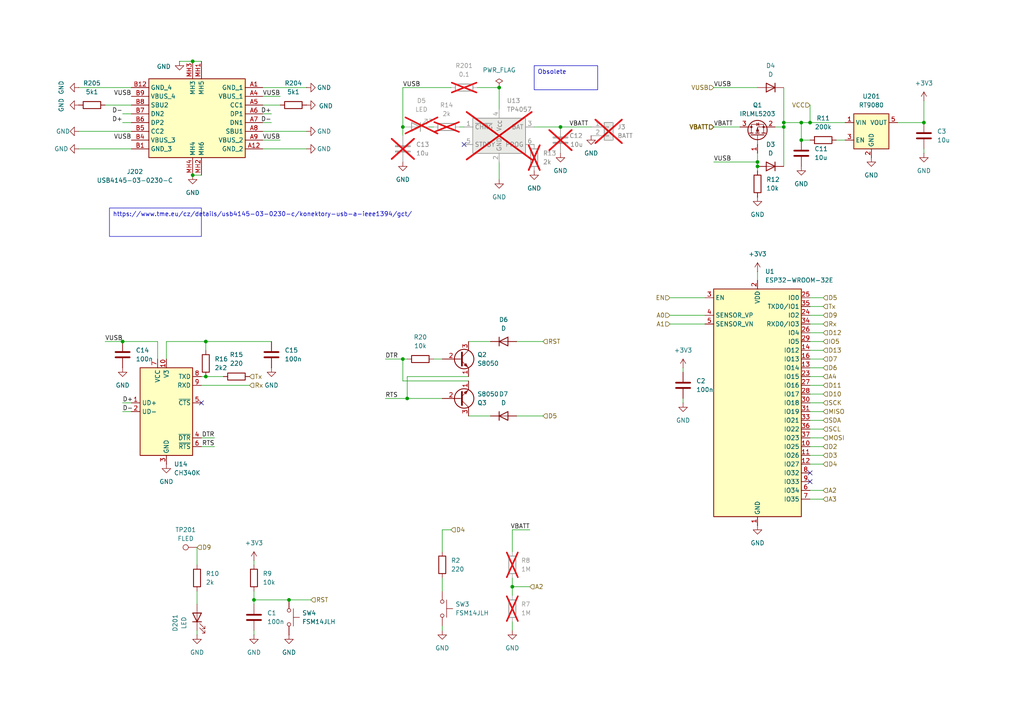
<source format=kicad_sch>
(kicad_sch (version 20231120) (generator "eeschema") (generator_version "8.0")
  (paper "A4")
  (lib_symbols
    (symbol "Battery_Management:TP4057"
      (property "Reference" "U" (at -6.35 6.604 0))
      (property "Value" "TP4057" (at 1.524 6.604 0))
      (symbol "TP4057_0_1"
        (rectangle (start -7.62 5.08) (end 7.62 -5.08) (stroke (width 0.254)) (fill (type background)))
      )
      (symbol "TP4057_1_1"
        (pin open_collector line (at -10.16 2.54 0) (length 2.54) (name "~{CHRG}") (number "1"))
        (pin power_in line (at 0 -7.62 90) (length 2.54) (name "GND") (number "2"))
        (pin power_out line (at 10.16 2.54 180) (length 2.54) (name "BAT") (number "3"))
        (pin power_in line (at 0 7.62 270) (length 2.54) (name "V_{CC}") (number "4"))
        (pin open_collector line (at -10.16 -2.54 0) (length 2.54) (name "STDBY") (number "5"))
        (pin passive line (at 10.16 -2.54 180) (length 2.54) (name "PROG") (number "6"))
      )
    )
    (symbol "Connector:TestPoint" (pin_numbers hide) (pin_names (offset 0.762) hide)
      (property "Reference" "TP" (at 0 6.858 0))
      (property "Value" "TestPoint" (at 0 5.08 0))
      (symbol "TestPoint_0_1"
        (circle (center 0 3.302) (radius 0.762))
      )
      (symbol "TestPoint_1_1"
        (pin passive line (at 0 0 90) (length 2.54) (name "1") (number "1"))
      )
    )
    (symbol "Connector_Generic:Conn_01x02" (pin_names (offset 1.016) hide)
      (property "Reference" "J" (at 0 2.54 0))
      (property "Value" "Conn_01x02" (at 0 -5.08 0))
      (symbol "Conn_01x02_1_1"
        (rectangle (start -1.27 -2.413) (end 0 -2.667) (stroke (width 0.1524)))
        (rectangle (start -1.27 0.127) (end 0 -0.127) (stroke (width 0.1524)))
        (rectangle (start -1.27 1.27) (end 1.27 -3.81) (stroke (width 0.254)) (fill (type background)))
        (pin passive line (at -5.08 0 0) (length 3.81) (name "Pin_1") (number "1"))
        (pin passive line (at -5.08 -2.54 0) (length 3.81) (name "Pin_2") (number "2"))
      )
    )
    (symbol "Device:C" (pin_numbers hide) (pin_names (offset 0.254))
      (property "Reference" "C" (at 0.635 2.54 0))
      (property "Value" "C" (at 0.635 -2.54 0))
      (symbol "C_0_1"
        (polyline (pts (xy -2.032 -0.762) (xy 2.032 -0.762)) (stroke (width 0.508)))
        (polyline (pts (xy -2.032 0.762) (xy 2.032 0.762)) (stroke (width 0.508)))
      )
      (symbol "C_1_1"
        (pin passive line (at 0 3.81 270) (length 2.794) (name "~") (number "1"))
        (pin passive line (at 0 -3.81 90) (length 2.794) (name "~") (number "2"))
      )
    )
    (symbol "Device:D" (pin_numbers hide) (pin_names (offset 1.016) hide)
      (property "Reference" "D" (at 0 2.54 0))
      (property "Value" "D" (at 0 -2.54 0))
      (symbol "D_0_1"
        (polyline (pts (xy -1.27 1.27) (xy -1.27 -1.27)) (stroke (width 0.254)))
        (polyline (pts (xy 1.27 0) (xy -1.27 0)))
        (polyline (pts (xy 1.27 1.27) (xy 1.27 -1.27) (xy -1.27 0) (xy 1.27 1.27)) (stroke (width 0.254)))
      )
      (symbol "D_1_1"
        (pin passive line (at -3.81 0 0) (length 2.54) (name "K") (number "1"))
        (pin passive line (at 3.81 0 180) (length 2.54) (name "A") (number "2"))
      )
    )
    (symbol "Device:LED" (pin_numbers hide) (pin_names (offset 1.016) hide)
      (property "Reference" "D" (at 0 2.54 0))
      (property "Value" "LED" (at 0 -2.54 0))
      (symbol "LED_0_1"
        (polyline (pts (xy -1.27 -1.27) (xy -1.27 1.27)) (stroke (width 0.254)))
        (polyline (pts (xy -1.27 0) (xy 1.27 0)))
        (polyline (pts (xy 1.27 -1.27) (xy 1.27 1.27) (xy -1.27 0) (xy 1.27 -1.27)) (stroke (width 0.254)))
        (polyline (pts (xy -3.048 -0.762) (xy -4.572 -2.286) (xy -3.81 -2.286) (xy -4.572 -2.286) (xy -4.572 -1.524)))
        (polyline (pts (xy -1.778 -0.762) (xy -3.302 -2.286) (xy -2.54 -2.286) (xy -3.302 -2.286) (xy -3.302 -1.524)))
      )
      (symbol "LED_1_1"
        (pin passive line (at -3.81 0 0) (length 2.54) (name "K") (number "1"))
        (pin passive line (at 3.81 0 180) (length 2.54) (name "A") (number "2"))
      )
    )
    (symbol "Device:R" (pin_numbers hide) (pin_names (offset 0))
      (property "Reference" "R" (at 2.032 0 90))
      (property "Value" "R" (at 0 0 90))
      (symbol "R_0_1"
        (rectangle (start -1.016 -2.54) (end 1.016 2.54) (stroke (width 0.254)))
      )
      (symbol "R_1_1"
        (pin passive line (at 0 3.81 270) (length 1.27) (name "~") (number "1"))
        (pin passive line (at 0 -3.81 90) (length 1.27) (name "~") (number "2"))
      )
    )
    (symbol "Interface_USB:CH340K"
      (property "Reference" "U" (at -6.858 13.97 0))
      (property "Value" "CH340K" (at 1.27 13.97 0))
      (symbol "CH340K_0_1"
        (rectangle (start -7.62 12.7) (end 7.62 -12.7) (stroke (width 0.254)) (fill (type background)))
      )
      (symbol "CH340K_1_0"
        (pin passive line (at 0 -15.24 90) (length 2.54) hide (name "GND") (number "11"))
      )
      (symbol "CH340K_1_1"
        (pin bidirectional line (at -10.16 2.54 0) (length 2.54) (name "UD+") (number "1"))
        (pin passive line (at 0 15.24 270) (length 2.54) (name "V3") (number "10"))
        (pin bidirectional line (at -10.16 0 0) (length 2.54) (name "UD-") (number "2"))
        (pin power_in line (at 0 -15.24 90) (length 2.54) (name "GND") (number "3"))
        (pin output line (at 10.16 -7.62 180) (length 2.54) (name "~{DTR}") (number "4"))
        (pin input line (at 10.16 2.54 180) (length 2.54) (name "~{CTS}") (number "5"))
        (pin output line (at 10.16 -10.16 180) (length 2.54) (name "~{RTS}") (number "6"))
        (pin power_in line (at -2.54 15.24 270) (length 2.54) (name "VCC") (number "7"))
        (pin output line (at 10.16 10.16 180) (length 2.54) (name "TXD") (number "8"))
        (pin input line (at 10.16 7.62 180) (length 2.54) (name "RXD") (number "9"))
      )
    )
    (symbol "RF_Module:ESP32-WROOM-32E"
      (property "Reference" "U" (at -12.7 34.29 0))
      (property "Value" "ESP32-WROOM-32E" (at 1.27 34.29 0))
      (symbol "ESP32-WROOM-32E_0_1"
        (rectangle (start -12.7 33.02) (end 12.7 -33.02) (stroke (width 0.254)) (fill (type background)))
      )
      (symbol "ESP32-WROOM-32E_1_1"
        (pin power_in line (at 0 -35.56 90) (length 2.54) (name "GND") (number "1"))
        (pin bidirectional line (at 15.24 -12.7 180) (length 2.54) (name "IO25") (number "10"))
        (pin bidirectional line (at 15.24 -15.24 180) (length 2.54) (name "IO26") (number "11"))
        (pin bidirectional line (at 15.24 -17.78 180) (length 2.54) (name "IO27") (number "12"))
        (pin bidirectional line (at 15.24 10.16 180) (length 2.54) (name "IO14") (number "13"))
        (pin bidirectional line (at 15.24 15.24 180) (length 2.54) (name "IO12") (number "14"))
        (pin passive line (at 0 -35.56 90) (length 2.54) hide (name "GND") (number "15"))
        (pin bidirectional line (at 15.24 12.7 180) (length 2.54) (name "IO13") (number "16"))
        (pin no_connect line (at -12.7 -5.08 0) (length 2.54) hide (name "NC") (number "17"))
        (pin no_connect line (at -12.7 -7.62 0) (length 2.54) hide (name "NC") (number "18"))
        (pin no_connect line (at -12.7 -12.7 0) (length 2.54) hide (name "NC") (number "19"))
        (pin power_in line (at 0 35.56 270) (length 2.54) (name "VDD") (number "2"))
        (pin no_connect line (at -12.7 -10.16 0) (length 2.54) hide (name "NC") (number "20"))
        (pin no_connect line (at -12.7 0 0) (length 2.54) hide (name "NC") (number "21"))
        (pin no_connect line (at -12.7 -2.54 0) (length 2.54) hide (name "NC") (number "22"))
        (pin bidirectional line (at 15.24 7.62 180) (length 2.54) (name "IO15") (number "23"))
        (pin bidirectional line (at 15.24 25.4 180) (length 2.54) (name "IO2") (number "24"))
        (pin bidirectional line (at 15.24 30.48 180) (length 2.54) (name "IO0") (number "25"))
        (pin bidirectional line (at 15.24 20.32 180) (length 2.54) (name "IO4") (number "26"))
        (pin bidirectional line (at 15.24 5.08 180) (length 2.54) (name "IO16") (number "27"))
        (pin bidirectional line (at 15.24 2.54 180) (length 2.54) (name "IO17") (number "28"))
        (pin bidirectional line (at 15.24 17.78 180) (length 2.54) (name "IO5") (number "29"))
        (pin input line (at -15.24 30.48 0) (length 2.54) (name "EN") (number "3"))
        (pin bidirectional line (at 15.24 0 180) (length 2.54) (name "IO18") (number "30"))
        (pin bidirectional line (at 15.24 -2.54 180) (length 2.54) (name "IO19") (number "31"))
        (pin no_connect line (at -12.7 -27.94 0) (length 2.54) hide (name "NC") (number "32"))
        (pin bidirectional line (at 15.24 -5.08 180) (length 2.54) (name "IO21") (number "33"))
        (pin bidirectional line (at 15.24 22.86 180) (length 2.54) (name "RXD0/IO3") (number "34"))
        (pin bidirectional line (at 15.24 27.94 180) (length 2.54) (name "TXD0/IO1") (number "35"))
        (pin bidirectional line (at 15.24 -7.62 180) (length 2.54) (name "IO22") (number "36"))
        (pin bidirectional line (at 15.24 -10.16 180) (length 2.54) (name "IO23") (number "37"))
        (pin passive line (at 0 -35.56 90) (length 2.54) hide (name "GND") (number "38"))
        (pin passive line (at 0 -35.56 90) (length 2.54) hide (name "GND") (number "39"))
        (pin input line (at -15.24 25.4 0) (length 2.54) (name "SENSOR_VP") (number "4"))
        (pin input line (at -15.24 22.86 0) (length 2.54) (name "SENSOR_VN") (number "5"))
        (pin input line (at 15.24 -25.4 180) (length 2.54) (name "IO34") (number "6"))
        (pin input line (at 15.24 -27.94 180) (length 2.54) (name "IO35") (number "7"))
        (pin bidirectional line (at 15.24 -20.32 180) (length 2.54) (name "IO32") (number "8"))
        (pin bidirectional line (at 15.24 -22.86 180) (length 2.54) (name "IO33") (number "9"))
      )
    )
    (symbol "Regulator_Linear:NCP163ASN500T1G"
      (property "Reference" "U" (at 0 8.89 0))
      (property "Value" "NCP163ASN500T1G" (at 0 6.35 0))
      (symbol "NCP163ASN500T1G_0_1"
        (rectangle (start -5.08 5.08) (end 5.08 -5.08) (stroke (width 0.254)) (fill (type background)))
      )
      (symbol "NCP163ASN500T1G_1_1"
        (pin power_in line (at -7.62 2.54 0) (length 2.54) (name "VIN") (number "1"))
        (pin power_in line (at 0 -7.62 90) (length 2.54) (name "GND") (number "2"))
        (pin input line (at -7.62 -2.54 0) (length 2.54) (name "EN") (number "3"))
        (pin no_connect line (at 5.08 -2.54 180) (length 2.54) hide (name "NC") (number "4"))
        (pin power_out line (at 7.62 2.54 180) (length 2.54) (name "VOUT") (number "5"))
      )
    )
    (symbol "Switch:SW_Push" (pin_numbers hide) (pin_names (offset 1.016) hide)
      (property "Reference" "SW" (at 1.27 2.54 0))
      (property "Value" "SW_Push" (at 0 -1.524 0))
      (symbol "SW_Push_0_1"
        (circle (center -2.032 0) (radius 0.508))
        (polyline (pts (xy 0 1.27) (xy 0 3.048)))
        (polyline (pts (xy 2.54 1.27) (xy -2.54 1.27)))
        (circle (center 2.032 0) (radius 0.508))
        (pin passive line (at -5.08 0 0) (length 2.54) (name "1") (number "1"))
        (pin passive line (at 5.08 0 180) (length 2.54) (name "2") (number "2"))
      )
    )
    (symbol "Transistor_BJT:S8050" (pin_names (offset 0) hide)
      (property "Reference" "Q" (at 5.08 1.905 0))
      (property "Value" "S8050" (at 5.08 0 0))
      (symbol "S8050_0_1"
        (polyline (pts (xy 0 0) (xy 0.635 0)))
        (polyline (pts (xy 0.635 0.635) (xy 2.54 2.54)))
        (polyline (pts (xy 0.635 -0.635) (xy 2.54 -2.54) (xy 2.54 -2.54)))
        (polyline (pts (xy 0.635 1.905) (xy 0.635 -1.905) (xy 0.635 -1.905)) (stroke (width 0.508)))
        (polyline (pts (xy 1.27 -1.778) (xy 1.778 -1.27) (xy 2.286 -2.286) (xy 1.27 -1.778) (xy 1.27 -1.778)) (fill (type outline)))
        (circle (center 1.27 0) (radius 2.8194) (stroke (width 0.254)))
      )
      (symbol "S8050_1_1"
        (pin passive line (at 2.54 -5.08 90) (length 2.54) (name "E") (number "1"))
        (pin input line (at -5.08 0 0) (length 5.08) (name "B") (number "2"))
        (pin passive line (at 2.54 5.08 270) (length 2.54) (name "C") (number "3"))
      )
    )
    (symbol "Transistor_FET:IRLML5203" (pin_names hide)
      (property "Reference" "Q" (at 5.08 1.905 0))
      (property "Value" "IRLML5203" (at 5.08 0 0))
      (symbol "IRLML5203_0_1"
        (polyline (pts (xy 0.254 0) (xy -2.54 0)))
        (polyline (pts (xy 0.254 1.905) (xy 0.254 -1.905)) (stroke (width 0.254)))
        (polyline (pts (xy 0.762 -1.27) (xy 0.762 -2.286)) (stroke (width 0.254)))
        (polyline (pts (xy 0.762 0.508) (xy 0.762 -0.508)) (stroke (width 0.254)))
        (polyline (pts (xy 0.762 2.286) (xy 0.762 1.27)) (stroke (width 0.254)))
        (polyline (pts (xy 2.54 2.54) (xy 2.54 1.778)))
        (polyline (pts (xy 2.54 -2.54) (xy 2.54 0) (xy 0.762 0)))
        (polyline (pts (xy 0.762 1.778) (xy 3.302 1.778) (xy 3.302 -1.778) (xy 0.762 -1.778)))
        (polyline (pts (xy 2.286 0) (xy 1.27 0.381) (xy 1.27 -0.381) (xy 2.286 0)) (fill (type outline)))
        (polyline (pts (xy 2.794 -0.508) (xy 2.921 -0.381) (xy 3.683 -0.381) (xy 3.81 -0.254)))
        (polyline (pts (xy 3.302 -0.381) (xy 2.921 0.254) (xy 3.683 0.254) (xy 3.302 -0.381)))
        (circle (center 1.651 0) (radius 2.794) (stroke (width 0.254)))
        (circle (center 2.54 -1.778) (radius 0.254) (fill (type outline)))
        (circle (center 2.54 1.778) (radius 0.254) (fill (type outline)))
      )
      (symbol "IRLML5203_1_1"
        (pin input line (at -5.08 0 0) (length 2.54) (name "G") (number "1"))
        (pin passive line (at 2.54 -5.08 90) (length 2.54) (name "S") (number "2"))
        (pin passive line (at 2.54 5.08 270) (length 2.54) (name "D") (number "3"))
      )
    )
    (symbol "USB4145-03-0230-C:USB4145-03-0230-C"
      (property "Reference" "J" (at 29.21 17.78 0))
      (property "Value" "USB4145-03-0230-C" (at 29.21 15.24 0))
      (symbol "USB4145-03-0230-C_1_1"
        (rectangle (start 5.08 12.7) (end 27.94 -15.24) (stroke (width 0.254)) (fill (type background)))
        (pin passive line (at 7.62 17.78 270) (length 5.08) (name "GND_1") (number "A1"))
        (pin passive line (at 25.4 17.78 270) (length 5.08) (name "GND_2") (number "A12"))
        (pin passive line (at 10.16 17.78 270) (length 5.08) (name "VBUS_1") (number "A4"))
        (pin passive line (at 12.7 17.78 270) (length 5.08) (name "CC1") (number "A5"))
        (pin passive line (at 15.24 17.78 270) (length 5.08) (name "DP1") (number "A6"))
        (pin passive line (at 17.78 17.78 270) (length 5.08) (name "DN1") (number "A7"))
        (pin passive line (at 20.32 17.78 270) (length 5.08) (name "SBU1") (number "A8"))
        (pin passive line (at 22.86 17.78 270) (length 5.08) (name "VBUS_2") (number "A9"))
        (pin passive line (at 25.4 -20.32 90) (length 5.08) (name "GND_3") (number "B1"))
        (pin passive line (at 7.62 -20.32 90) (length 5.08) (name "GND_4") (number "B12"))
        (pin passive line (at 22.86 -20.32 90) (length 5.08) (name "VBUS_3") (number "B4"))
        (pin passive line (at 20.32 -20.32 90) (length 5.08) (name "CC2") (number "B5"))
        (pin passive line (at 17.78 -20.32 90) (length 5.08) (name "DP2") (number "B6"))
        (pin passive line (at 15.24 -20.32 90) (length 5.08) (name "DN2") (number "B7"))
        (pin passive line (at 12.7 -20.32 90) (length 5.08) (name "SBU2") (number "B8"))
        (pin passive line (at 10.16 -20.32 90) (length 5.08) (name "VBUS_4") (number "B9"))
        (pin passive line (at 0 0 0) (length 5.08) (name "MH5") (number "MH1"))
        (pin passive line (at 33.02 0 180) (length 5.08) (name "MH6") (number "MH2"))
        (pin passive line (at 0 -2.54 0) (length 5.08) (name "MH3") (number "MH3"))
        (pin passive line (at 33.02 -2.54 180) (length 5.08) (name "MH4") (number "MH4"))
      )
    )
    (symbol "power:+3V3" (power) (pin_numbers hide) (pin_names (offset 0) hide)
      (property "Value" "+3V3" (at 0 3.556 0))
      (symbol "+3V3_0_1"
        (polyline (pts (xy -0.762 1.27) (xy 0 2.54)))
        (polyline (pts (xy 0 0) (xy 0 2.54)))
        (polyline (pts (xy 0 2.54) (xy 0.762 1.27)))
      )
      (symbol "+3V3_1_1"
        (pin power_in line (at 0 0 90) (length 0) (name "~") (number "1"))
      )
    )
    (symbol "power:GND" (power) (pin_numbers hide) (pin_names (offset 0) hide)
      (property "Value" "GND" (at 0 -3.81 0))
      (symbol "GND_0_1"
        (polyline (pts (xy 0 0) (xy 0 -1.27) (xy 1.27 -1.27) (xy 0 -2.54) (xy -1.27 -1.27) (xy 0 -1.27)))
      )
      (symbol "GND_1_1"
        (pin power_in line (at 0 0 270) (length 0) (name "~") (number "1"))
      )
    )
    (symbol "power:PWR_FLAG" (power) (pin_numbers hide) (pin_names (offset 0) hide)
      (property "Value" "PWR_FLAG" (at 0 3.81 0))
      (symbol "PWR_FLAG_0_0"
        (pin power_out line (at 0 0 90) (length 0) (name "~") (number "1"))
      )
      (symbol "PWR_FLAG_0_1"
        (polyline (pts (xy 0 0) (xy 0 1.27) (xy -1.016 1.905) (xy 0 2.54) (xy 1.016 1.905) (xy 0 1.27)))
      )
    )
  )
  (junction (at 59.69 109.22))
  (junction (at 118.11 115.57))
  (junction (at 227.33 36.83))
  (junction (at 162.56 36.83))
  (junction (at 232.41 35.56))
  (junction (at 219.71 48.26))
  (junction (at 234.95 35.56))
  (junction (at 144.78 25.4))
  (junction (at 267.97 35.56))
  (junction (at 73.66 173.99))
  (junction (at 116.84 36.83))
  (junction (at 219.71 46.99))
  (junction (at 59.69 99.06))
  (junction (at 116.84 104.14))
  (junction (at 227.33 35.56))
  (junction (at 83.82 173.99))
  (junction (at 148.59 170.18))
  (junction (at 35.56 99.06))
  (junction (at 232.41 40.64))
  (junction (at 55.88 50.8))
  (junction (at 55.88 17.78))
  (no_connect (at 134.62 41.91))
  (no_connect (at 234.95 139.7))
  (no_connect (at 58.42 116.84))
  (no_connect (at 234.95 137.16))
  (wire (pts (xy 194.31 93.98) (xy 204.47 93.98)))
  (wire (pts (xy 207.01 25.4) (xy 219.71 25.4)))
  (wire (pts (xy 234.95 93.98) (xy 238.76 93.98)))
  (wire (pts (xy 52.07 17.78) (xy 55.88 17.78)))
  (wire (pts (xy 90.17 173.99) (xy 83.82 173.99)))
  (wire (pts (xy 234.95 129.54) (xy 238.76 129.54)))
  (wire (pts (xy 30.48 30.48) (xy 38.1 30.48)))
  (wire (pts (xy 234.95 88.9) (xy 238.76 88.9)))
  (wire (pts (xy 35.56 33.02) (xy 38.1 33.02)))
  (wire (pts (xy 219.71 78.74) (xy 219.71 81.28)))
  (wire (pts (xy 219.71 46.99) (xy 219.71 44.45)))
  (wire (pts (xy 57.15 171.45) (xy 57.15 175.26)))
  (wire (pts (xy 144.78 52.07) (xy 144.78 46.99)))
  (wire (pts (xy 111.76 115.57) (xy 118.11 115.57)))
  (wire (pts (xy 124.46 36.83) (xy 125.73 36.83)))
  (wire (pts (xy 73.66 162.56) (xy 73.66 163.83)))
  (wire (pts (xy 207.01 36.83) (xy 214.63 36.83)))
  (wire (pts (xy 198.12 107.95) (xy 198.12 106.68)))
  (wire (pts (xy 162.56 36.83) (xy 171.45 36.83)))
  (wire (pts (xy 73.66 173.99) (xy 83.82 173.99)))
  (wire (pts (xy 234.95 134.62) (xy 238.76 134.62)))
  (wire (pts (xy 48.26 104.14) (xy 48.26 99.06)))
  (wire (pts (xy 81.28 30.48) (xy 76.2 30.48)))
  (wire (pts (xy 72.39 111.76) (xy 58.42 111.76)))
  (wire (pts (xy 234.95 104.14) (xy 238.76 104.14)))
  (wire (pts (xy 116.84 39.37) (xy 116.84 36.83)))
  (wire (pts (xy 62.23 129.54) (xy 58.42 129.54)))
  (wire (pts (xy 88.9 43.18) (xy 76.2 43.18)))
  (wire (pts (xy 157.48 120.65) (xy 149.86 120.65)))
  (wire (pts (xy 157.48 99.06) (xy 149.86 99.06)))
  (wire (pts (xy 35.56 116.84) (xy 38.1 116.84)))
  (wire (pts (xy 227.33 25.4) (xy 227.33 35.56)))
  (wire (pts (xy 234.95 121.92) (xy 238.76 121.92)))
  (wire (pts (xy 118.11 109.22) (xy 118.11 115.57)))
  (wire (pts (xy 148.59 153.67) (xy 148.59 160.02)))
  (wire (pts (xy 198.12 115.57) (xy 198.12 116.84)))
  (wire (pts (xy 153.67 153.67) (xy 148.59 153.67)))
  (wire (pts (xy 55.88 50.8) (xy 58.42 50.8)))
  (wire (pts (xy 234.95 111.76) (xy 238.76 111.76)))
  (wire (pts (xy 81.28 27.94) (xy 76.2 27.94)))
  (wire (pts (xy 234.95 132.08) (xy 238.76 132.08)))
  (wire (pts (xy 162.56 36.83) (xy 154.94 36.83)))
  (wire (pts (xy 22.86 25.4) (xy 38.1 25.4)))
  (wire (pts (xy 234.95 109.22) (xy 238.76 109.22)))
  (wire (pts (xy 148.59 170.18) (xy 148.59 172.72)))
  (wire (pts (xy 88.9 25.4) (xy 76.2 25.4)))
  (wire (pts (xy 57.15 158.75) (xy 57.15 163.83)))
  (wire (pts (xy 260.35 35.56) (xy 267.97 35.56)))
  (wire (pts (xy 135.89 110.49) (xy 116.84 110.49)))
  (wire (pts (xy 73.66 173.99) (xy 73.66 175.26)))
  (wire (pts (xy 55.88 17.78) (xy 58.42 17.78)))
  (wire (pts (xy 78.74 35.56) (xy 76.2 35.56)))
  (wire (pts (xy 128.27 182.88) (xy 128.27 181.61)))
  (wire (pts (xy 22.86 43.18) (xy 38.1 43.18)))
  (wire (pts (xy 45.72 99.06) (xy 45.72 104.14)))
  (wire (pts (xy 219.71 48.26) (xy 219.71 46.99)))
  (wire (pts (xy 234.95 144.78) (xy 238.76 144.78)))
  (wire (pts (xy 234.95 35.56) (xy 245.11 35.56)))
  (wire (pts (xy 194.31 86.36) (xy 204.47 86.36)))
  (wire (pts (xy 59.69 101.6) (xy 59.69 99.06)))
  (wire (pts (xy 133.35 36.83) (xy 134.62 36.83)))
  (wire (pts (xy 234.95 30.48) (xy 234.95 35.56)))
  (wire (pts (xy 227.33 36.83) (xy 227.33 35.56)))
  (wire (pts (xy 232.41 35.56) (xy 232.41 40.64)))
  (wire (pts (xy 267.97 29.21) (xy 267.97 35.56)))
  (wire (pts (xy 148.59 170.18) (xy 153.67 170.18)))
  (wire (pts (xy 59.69 109.22) (xy 64.77 109.22)))
  (wire (pts (xy 234.95 114.3) (xy 238.76 114.3)))
  (wire (pts (xy 130.81 25.4) (xy 116.84 25.4)))
  (wire (pts (xy 128.27 167.64) (xy 128.27 171.45)))
  (wire (pts (xy 81.28 40.64) (xy 76.2 40.64)))
  (wire (pts (xy 234.95 96.52) (xy 238.76 96.52)))
  (wire (pts (xy 116.84 110.49) (xy 116.84 104.14)))
  (wire (pts (xy 234.95 91.44) (xy 238.76 91.44)))
  (wire (pts (xy 35.56 35.56) (xy 38.1 35.56)))
  (wire (pts (xy 234.95 116.84) (xy 238.76 116.84)))
  (wire (pts (xy 267.97 44.45) (xy 267.97 43.18)))
  (wire (pts (xy 118.11 115.57) (xy 128.27 115.57)))
  (wire (pts (xy 227.33 35.56) (xy 232.41 35.56)))
  (wire (pts (xy 57.15 184.15) (xy 57.15 182.88)))
  (wire (pts (xy 144.78 25.4) (xy 144.78 31.75)))
  (wire (pts (xy 234.95 99.06) (xy 238.76 99.06)))
  (wire (pts (xy 142.24 99.06) (xy 135.89 99.06)))
  (wire (pts (xy 59.69 109.22) (xy 58.42 109.22)))
  (wire (pts (xy 125.73 104.14) (xy 128.27 104.14)))
  (wire (pts (xy 111.76 104.14) (xy 116.84 104.14)))
  (wire (pts (xy 224.79 36.83) (xy 227.33 36.83)))
  (wire (pts (xy 148.59 167.64) (xy 148.59 170.18)))
  (wire (pts (xy 234.95 142.24) (xy 238.76 142.24)))
  (wire (pts (xy 22.86 38.1) (xy 38.1 38.1)))
  (wire (pts (xy 59.69 99.06) (xy 78.74 99.06)))
  (wire (pts (xy 128.27 153.67) (xy 128.27 160.02)))
  (wire (pts (xy 234.95 86.36) (xy 238.76 86.36)))
  (wire (pts (xy 144.78 25.4) (xy 138.43 25.4)))
  (wire (pts (xy 234.95 35.56) (xy 232.41 35.56)))
  (wire (pts (xy 78.74 33.02) (xy 76.2 33.02)))
  (wire (pts (xy 234.95 106.68) (xy 238.76 106.68)))
  (wire (pts (xy 227.33 48.26) (xy 227.33 36.83)))
  (wire (pts (xy 73.66 184.15) (xy 73.66 182.88)))
  (wire (pts (xy 35.56 119.38) (xy 38.1 119.38)))
  (wire (pts (xy 219.71 48.26) (xy 219.71 49.53)))
  (wire (pts (xy 234.95 124.46) (xy 238.76 124.46)))
  (wire (pts (xy 62.23 127) (xy 58.42 127)))
  (wire (pts (xy 234.95 119.38) (xy 238.76 119.38)))
  (wire (pts (xy 207.01 46.99) (xy 219.71 46.99)))
  (wire (pts (xy 35.56 99.06) (xy 45.72 99.06)))
  (wire (pts (xy 116.84 104.14) (xy 118.11 104.14)))
  (wire (pts (xy 148.59 180.34) (xy 148.59 182.88)))
  (wire (pts (xy 234.95 127) (xy 238.76 127)))
  (wire (pts (xy 234.95 101.6) (xy 238.76 101.6)))
  (wire (pts (xy 242.57 40.64) (xy 245.11 40.64)))
  (wire (pts (xy 73.66 171.45) (xy 73.66 173.99)))
  (wire (pts (xy 30.48 99.06) (xy 35.56 99.06)))
  (wire (pts (xy 88.9 38.1) (xy 76.2 38.1)))
  (wire (pts (xy 142.24 120.65) (xy 135.89 120.65)))
  (wire (pts (xy 234.95 40.64) (xy 232.41 40.64)))
  (wire (pts (xy 130.81 153.67) (xy 128.27 153.67)))
  (wire (pts (xy 135.89 109.22) (xy 118.11 109.22)))
  (wire (pts (xy 116.84 25.4) (xy 116.84 36.83)))
  (wire (pts (xy 194.31 91.44) (xy 204.47 91.44)))
  (wire (pts (xy 48.26 99.06) (xy 59.69 99.06)))
  (text_box "https://www.tme.eu/cz/details/usb4145-03-0230-c/konektory-usb-a-ieee1394/gct/" (at 31.75 60.325 0) (size 26.67 8.255) (effects (font (size 1.27 1.27)) (justify left top)))
  (text_box "Obsolete" (at 154.94 19.05 0) (size 18.415 6.985) (effects (font (size 1.27 1.27)) (justify left top)))
  (label "D+" (at 35.56 35.56 180))
  (label "D-" (at 35.56 119.38 0))
  (label "DTR" (at 111.76 104.14 0))
  (label "VBATT" (at 165.1 36.83 0))
  (label "D+" (at 78.74 33.02 180))
  (label "RTS" (at 111.76 115.57 0))
  (label "VUSB" (at 81.28 27.94 180))
  (label "VUSB" (at 30.48 99.06 0))
  (label "VUSB" (at 38.1 40.64 180))
  (label "DTR" (at 62.23 127 180))
  (label "VBATT" (at 207.01 36.83 0))
  (label "D+" (at 35.56 116.84 0))
  (label "VUSB" (at 116.84 25.4 0))
  (label "VUSB" (at 207.01 46.99 0))
  (label "VUSB" (at 81.28 40.64 180))
  (label "VBATT" (at 153.67 153.67 180))
  (label "D-" (at 78.74 35.56 180))
  (label "VUSB" (at 207.01 25.4 0))
  (label "RTS" (at 62.23 129.54 180))
  (label "D-" (at 35.56 33.02 180))
  (label "VUSB" (at 38.1 27.94 180))
  (hierarchical_label "D12" (shape input) (at 238.76 96.52 0))
  (hierarchical_label "D13" (shape input) (at 238.76 101.6 0))
  (hierarchical_label "A2" (shape input) (at 153.67 170.18 0))
  (hierarchical_label "D9" (shape input) (at 57.15 158.75 0))
  (hierarchical_label "Rx" (shape input) (at 72.39 111.76 0))
  (hierarchical_label "MOSI" (shape input) (at 238.76 127 0))
  (hierarchical_label "D11" (shape input) (at 238.76 111.76 0))
  (hierarchical_label "A2" (shape input) (at 238.76 142.24 0))
  (hierarchical_label "D6" (shape input) (at 238.76 106.68 0))
  (hierarchical_label "VUSB" (shape input) (at 207.01 25.4 180))
  (hierarchical_label "A0" (shape input) (at 194.31 91.44 180))
  (hierarchical_label "A4" (shape input) (at 238.76 109.22 0))
  (hierarchical_label "D9" (shape input) (at 238.76 91.44 0))
  (hierarchical_label "D4" (shape input) (at 238.76 134.62 0))
  (hierarchical_label "Tx" (shape input) (at 238.76 88.9 0))
  (hierarchical_label "A3" (shape input) (at 238.76 144.78 0))
  (hierarchical_label "MISO" (shape input) (at 238.76 119.38 0))
  (hierarchical_label "IO5" (shape input) (at 238.76 99.06 0))
  (hierarchical_label "D3" (shape input) (at 238.76 132.08 0))
  (hierarchical_label "Rx" (shape input) (at 238.76 93.98 0))
  (hierarchical_label "SCK" (shape input) (at 238.76 116.84 0))
  (hierarchical_label "SCL" (shape input) (at 238.76 124.46 0))
  (hierarchical_label "EN" (shape input) (at 194.31 86.36 180))
  (hierarchical_label "D5" (shape input) (at 157.48 120.65 0))
  (hierarchical_label "Tx" (shape input) (at 72.39 109.22 0))
  (hierarchical_label "SDA" (shape input) (at 238.76 121.92 0))
  (hierarchical_label "A1" (shape input) (at 194.31 93.98 180))
  (hierarchical_label "D2" (shape input) (at 238.76 129.54 0))
  (hierarchical_label "VBATT" (shape input) (at 207.01 36.83 180) (effects (font (bold yes))))
  (hierarchical_label "RST" (shape input) (at 90.17 173.99 0))
  (hierarchical_label "RST" (shape input) (at 157.48 99.06 0))
  (hierarchical_label "D5" (shape input) (at 238.76 86.36 0))
  (hierarchical_label "VCC" (shape input) (at 234.95 30.48 180))
  (hierarchical_label "D4" (shape input) (at 130.81 153.67 0))
  (hierarchical_label "D7" (shape input) (at 238.76 104.14 0))
  (hierarchical_label "D10" (shape input) (at 238.76 114.3 0))
  (symbol (lib_id "Device:C") (at 267.97 39.37 0) (unit 1)
    (property "Reference" "C3" (at 271.78 38.0999 0) (effects (justify left)))
    (property "Value" "10u" (at 271.78 40.6399 0) (effects (justify left)))
    (property "Footprint" "Capacitor_SMD:C_0603_1608Metric_Pad1.08x0.95mm_HandSolder" (effects (hide yes)))
    (property "Description" "Unpolarized capacitor" (effects (hide yes)))
  )
  (symbol (lib_id "power:GND") (at 48.26 134.62 0) (unit 1)
    (property "Reference" "#PWR0111" (effects (hide yes)))
    (property "Value" "GND" (at 48.26 139.7 0))
    (property "Description" "Power symbol creates a global label with name \"GND\" , ground" (effects (hide yes)))
  )
  (symbol (lib_id "Device:R") (at 73.66 167.64 0) (unit 1)
    (property "Reference" "R9" (at 76.2 166.3699 0) (effects (justify left)))
    (property "Value" "10k" (at 76.2 168.9099 0) (effects (justify left)))
    (property "Footprint" "Resistor_SMD:R_0603_1608Metric_Pad0.98x0.95mm_HandSolder" (effects (hide yes)))
    (property "Description" "Resistor" (effects (hide yes)))
  )
  (symbol (lib_id "power:GND") (at 57.15 184.15 0) (unit 1)
    (property "Reference" "#PWR0115" (effects (hide yes)))
    (property "Value" "GND" (at 57.15 189.23 0))
    (property "Description" "Power symbol creates a global label with name \"GND\" , ground" (effects (hide yes)))
  )
  (symbol (lib_id "power:GND") (at 148.59 182.88 0) (unit 1)
    (property "Reference" "#PWR0125" (effects (hide yes)))
    (property "Value" "GND" (at 148.59 187.96 0))
    (property "Description" "Power symbol creates a global label with name \"GND\" , ground" (effects (hide yes)))
  )
  (symbol (lib_id "power:GND") (at 88.9 43.18 90) (unit 1)
    (property "Reference" "#PWR0206" (effects (hide yes)))
    (property "Value" "GND" (at 93.98 43.18 90))
    (property "Description" "Power symbol creates a global label with name \"GND\" , ground" (effects (hide yes)))
  )
  (symbol (lib_id "Device:C") (at 78.74 102.87 0) (unit 1)
    (property "Reference" "C15" (at 82.55 101.5999 0) (effects (justify left)))
    (property "Value" "100n" (at 82.55 104.1399 0) (effects (justify left)))
    (property "Footprint" "Capacitor_SMD:C_0603_1608Metric_Pad1.08x0.95mm_HandSolder" (effects (hide yes)))
    (property "Description" "Unpolarized capacitor" (effects (hide yes)))
  )
  (symbol (lib_id "Connector:TestPoint") (at 57.15 158.75 90) (unit 1)
    (property "Reference" "TP201" (at 53.848 153.67 90))
    (property "Value" "FLED" (at 53.848 156.21 90))
    (property "Footprint" "TestPoint:TestPoint_Pad_D1.5mm" (effects (hide yes)))
    (property "Description" "test point" (effects (hide yes)))
  )
  (symbol (lib_id "Device:C") (at 198.12 111.76 0) (unit 1)
    (property "Reference" "C2" (at 201.93 110.4899 0) (effects (justify left)))
    (property "Value" "100n" (at 201.93 113.0299 0) (effects (justify left)))
    (property "Footprint" "Capacitor_SMD:C_0603_1608Metric_Pad1.08x0.95mm_HandSolder" (effects (hide yes)))
    (property "Description" "Unpolarized capacitor" (effects (hide yes)))
  )
  (symbol (lib_id "power:GND") (at 144.78 52.07 0) (unit 1)
    (property "Reference" "#PWR0119" (effects (hide yes)))
    (property "Value" "GND" (at 144.78 57.15 0))
    (property "Description" "Power symbol creates a global label with name \"GND\" , ground" (effects (hide yes)))
  )
  (symbol (lib_id "Device:C") (at 116.84 43.18 0) (unit 1) (on_board no) (dnp yes)
    (property "Reference" "C13" (at 120.65 41.9099 0) (effects (justify left)))
    (property "Value" "10u" (at 120.65 44.4499 0) (effects (justify left)))
    (property "Footprint" "Capacitor_SMD:C_0603_1608Metric_Pad1.08x0.95mm_HandSolder" (effects (hide yes)))
    (property "Description" "Unpolarized capacitor" (effects (hide yes)))
  )
  (symbol (lib_id "Device:C") (at 35.56 102.87 0) (unit 1)
    (property "Reference" "C14" (at 39.37 101.5999 0) (effects (justify left)))
    (property "Value" "100n" (at 39.37 104.1399 0) (effects (justify left)))
    (property "Footprint" "Capacitor_SMD:C_0603_1608Metric_Pad1.08x0.95mm_HandSolder" (effects (hide yes)))
    (property "Description" "Unpolarized capacitor" (effects (hide yes)))
  )
  (symbol (lib_id "Device:D") (at 223.52 25.4 180) (unit 1)
    (property "Reference" "D4" (at 223.52 19.05 0))
    (property "Value" "D" (at 223.52 21.59 0))
    (property "Footprint" "Diode_SMD:D_0603_1608Metric_Pad1.05x0.95mm_HandSolder" (effects (hide yes)))
    (property "Description" "Diode" (effects (hide yes)))
    (property "Sim.Device" "D" (effects (hide yes)))
    (property "Sim.Pins" "1=K 2=A" (effects (hide yes)))
  )
  (symbol (lib_id "Device:D") (at 146.05 120.65 0) (unit 1)
    (property "Reference" "D7" (at 146.05 114.3 0))
    (property "Value" "D" (at 146.05 116.84 0))
    (property "Footprint" "Diode_SMD:D_0603_1608Metric_Pad1.05x0.95mm_HandSolder" (effects (hide yes)))
    (property "Description" "Diode" (effects (hide yes)))
    (property "Sim.Device" "D" (effects (hide yes)))
    (property "Sim.Pins" "1=K 2=A" (effects (hide yes)))
  )
  (symbol (lib_id "Connector_Generic:Conn_01x02") (at 176.53 36.83 0) (unit 1) (in_bom no) (on_board no) (dnp yes)
    (property "Reference" "J3" (at 179.07 36.8299 0) (effects (justify left)))
    (property "Value" "BATT" (at 179.07 39.3699 0) (effects (justify left)))
    (property "Footprint" "1769:1769" (effects (hide yes)))
    (property "Description" "Generic connector, single row, 01x02, script generated (kicad-library-utils/schlib/autogen/connector/)" (effects (hide yes)))
  )
  (symbol (lib_id "power:+3V3") (at 267.97 29.21 0) (unit 1)
    (property "Reference" "#PWR0102" (effects (hide yes)))
    (property "Value" "+3V3" (at 267.97 24.13 0))
    (property "Description" "Power symbol creates a global label with name \"+3V3\"" (effects (hide yes)))
  )
  (symbol (lib_id "power:GND") (at 73.66 184.15 0) (unit 1)
    (property "Reference" "#PWR0116" (effects (hide yes)))
    (property "Value" "GND" (at 73.66 189.23 0))
    (property "Description" "Power symbol creates a global label with name \"GND\" , ground" (effects (hide yes)))
  )
  (symbol (lib_id "power:GND") (at 83.82 184.15 0) (unit 1)
    (property "Reference" "#PWR0117" (effects (hide yes)))
    (property "Value" "GND" (at 83.82 189.23 0))
    (property "Description" "Power symbol creates a global label with name \"GND\" , ground" (effects (hide yes)))
  )
  (symbol (lib_id "power:GND") (at 88.9 38.1 90) (unit 1)
    (property "Reference" "#PWR0212" (effects (hide yes)))
    (property "Value" "GND" (at 91.948 38.1 90) (effects (justify right)))
    (property "Description" "Power symbol creates a global label with name \"GND\" , ground" (effects (hide yes)))
  )
  (symbol (lib_id "power:GND") (at 162.56 44.45 0) (unit 1)
    (property "Reference" "#PWR0109" (effects (hide yes)))
    (property "Value" "GND" (at 162.56 49.53 0))
    (property "Description" "Power symbol creates a global label with name \"GND\" , ground" (effects (hide yes)))
  )
  (symbol (lib_id "power:GND") (at 128.27 182.88 0) (unit 1)
    (property "Reference" "#PWR0126" (effects (hide yes)))
    (property "Value" "GND" (at 128.27 187.96 0))
    (property "Description" "Power symbol creates a global label with name \"GND\" , ground" (effects (hide yes)))
  )
  (symbol (lib_id "power:GND") (at 88.9 25.4 90) (unit 1)
    (property "Reference" "#PWR0207" (effects (hide yes)))
    (property "Value" "GND" (at 93.98 25.4 90))
    (property "Description" "Power symbol creates a global label with name \"GND\" , ground" (effects (hide yes)))
  )
  (symbol (lib_id "Transistor_FET:IRLML5203") (at 219.71 39.37 90) (unit 1)
    (property "Reference" "Q1" (at 219.71 30.48 90))
    (property "Value" "IRLML5203" (at 219.71 33.02 90))
    (property "Footprint" "Package_TO_SOT_SMD:SOT-23" (effects (hide yes)))
    (property "Datasheet" "https://www.infineon.com/dgdl/irlml5203pbf.pdf?fileId=5546d462533600a40153566868da261d" (effects (hide yes)))
    (property "Description" "-3.0A Id, -30V Vds, 98mOhm Rds, P-Channel HEXFET Power MOSFET, SOT-23" (effects (hide yes)))
  )
  (symbol (lib_id "power:GND") (at 52.07 17.78 0) (unit 1)
    (property "Reference" "#PWR0209" (effects (hide yes)))
    (property "Value" "GND" (at 47.498 19.304 0))
    (property "Description" "Power symbol creates a global label with name \"GND\" , ground" (effects (hide yes)))
  )
  (symbol (lib_id "power:+3V3") (at 73.66 162.56 0) (unit 1)
    (property "Reference" "#PWR0114" (effects (hide yes)))
    (property "Value" "+3V3" (at 73.66 157.48 0))
    (property "Description" "Power symbol creates a global label with name \"+3V3\"" (effects (hide yes)))
  )
  (symbol (lib_id "Device:R") (at 121.92 104.14 270) (unit 1)
    (property "Reference" "R20" (at 121.92 97.79 90))
    (property "Value" "10k" (at 121.92 100.33 90))
    (property "Footprint" "Resistor_SMD:R_0603_1608Metric_Pad0.98x0.95mm_HandSolder" (effects (hide yes)))
    (property "Description" "Resistor" (effects (hide yes)))
  )
  (symbol (lib_id "power:GND") (at 267.97 44.45 0) (unit 1)
    (property "Reference" "#PWR0101" (effects (hide yes)))
    (property "Value" "GND" (at 267.97 49.53 0))
    (property "Description" "Power symbol creates a global label with name \"GND\" , ground" (effects (hide yes)))
  )
  (symbol (lib_id "USB4145-03-0230-C:USB4145-03-0230-C") (at 58.42 17.78 270) (unit 1)
    (property "Reference" "J202" (at 39.116 49.784 90))
    (property "Value" "USB4145-03-0230-C" (at 39.116 52.324 90))
    (property "Footprint" "KiCad:USB4145030230C" (effects (hide yes)))
    (property "Datasheet" "https://www.tme.eu/cz/details/usb4145-03-0230-c/konektory-usb-a-ieee1394/gct/" (effects (hide yes)))
    (property "Description" "USB Connectors USB-C Rec 3u\" Vert 16P SMT 2.3mm TH stakes H7.46mm T+R+Cap" (effects (hide yes)))
    (property "Height" "7.66" (effects (hide yes)))
    (property "Manufacturer_Name" "GCT (GLOBAL CONNECTOR TECHNOLOGY)" (effects (hide yes)))
    (property "Manufacturer_Part_Number" "USB4145-03-0230-C" (effects (hide yes)))
  )
  (symbol (lib_id "Device:C") (at 232.41 44.45 0) (unit 1)
    (property "Reference" "C11" (at 236.22 43.1799 0) (effects (justify left)))
    (property "Value" "10u" (at 236.22 45.7199 0) (effects (justify left)))
    (property "Footprint" "Capacitor_SMD:C_0603_1608Metric_Pad1.08x0.95mm_HandSolder" (effects (hide yes)))
    (property "Description" "Unpolarized capacitor" (effects (hide yes)))
  )
  (symbol (lib_id "Device:R") (at 134.62 25.4 90) (unit 1) (on_board no) (dnp yes)
    (property "Reference" "R201" (at 134.62 19.05 90))
    (property "Value" "0.1" (at 134.62 21.59 90))
    (property "Footprint" "Resistor_SMD:R_0603_1608Metric_Pad0.98x0.95mm_HandSolder" (effects (hide yes)))
    (property "Description" "Resistor" (effects (hide yes)))
  )
  (symbol (lib_id "Device:LED") (at 120.65 36.83 180) (unit 1) (on_board no) (dnp yes)
    (property "Reference" "D5" (at 122.2375 29.21 0))
    (property "Value" "LED" (at 122.2375 31.75 0))
    (property "Footprint" "Diode_SMD:D_0603_1608Metric_Pad1.05x0.95mm_HandSolder" (effects (hide yes)))
    (property "Description" "Light emitting diode" (effects (hide yes)))
  )
  (symbol (lib_id "power:GND") (at 154.94 49.53 0) (unit 1)
    (property "Reference" "#PWR0108" (effects (hide yes)))
    (property "Value" "GND" (at 154.94 54.61 0))
    (property "Description" "Power symbol creates a global label with name \"GND\" , ground" (effects (hide yes)))
  )
  (symbol (lib_id "power:GND") (at 232.41 48.26 0) (unit 1)
    (property "Reference" "#PWR0103" (effects (hide yes)))
    (property "Value" "GND" (at 232.41 53.34 0))
    (property "Description" "Power symbol creates a global label with name \"GND\" , ground" (effects (hide yes)))
  )
  (symbol (lib_id "Device:R") (at 148.59 176.53 0) (unit 1) (in_bom no) (on_board no) (dnp yes)
    (property "Reference" "R7" (at 151.13 175.2599 0) (effects (justify left)))
    (property "Value" "1M" (at 151.13 177.7999 0) (effects (justify left)))
    (property "Footprint" "Resistor_SMD:R_0603_1608Metric_Pad0.98x0.95mm_HandSolder" (effects (hide yes)))
    (property "Description" "Resistor" (effects (hide yes)))
  )
  (symbol (lib_id "Switch:SW_Push") (at 83.82 179.07 270) (unit 1)
    (property "Reference" "SW4" (at 87.63 177.7999 90) (effects (justify left)))
    (property "Value" "FSM14JLH" (at 87.63 180.3399 90) (effects (justify left)))
    (property "Footprint" "Button_Switch_THT:SW_PUSH_6mm" (effects (hide yes)))
    (property "Datasheet" "https://cz.mouser.com/ProductDetail/TE-Connectivity/FSM14JLH?qs=qzQkFgQjdxV0segVqkThUg%3D%3D" (effects (hide yes)))
    (property "Description" "Push button switch, generic, two pins" (effects (hide yes)))
  )
  (symbol (lib_id "power:+3V3") (at 198.12 106.68 0) (unit 1)
    (property "Reference" "#PWR0123" (effects (hide yes)))
    (property "Value" "+3V3" (at 198.12 101.6 0))
    (property "Description" "Power symbol creates a global label with name \"+3V3\"" (effects (hide yes)))
  )
  (symbol (lib_id "Battery_Management:TP4057") (at 144.78 39.37 0) (unit 1) (on_board no) (dnp yes)
    (property "Reference" "U13" (at 146.9741 29.21 0) (effects (justify left)))
    (property "Value" "TP4057" (at 146.9741 31.75 0) (effects (justify left)))
    (property "Footprint" "Package_TO_SOT_SMD:SOT-23-6_Handsoldering" (effects (hide yes)))
    (property "Datasheet" "http://toppwr.com/uploadfile/file/20230304/640302a47b738.pdf" (effects (hide yes)))
    (property "Description" "Constant-current/constant-voltage linear charger for single cell lithium-ion batteries with 2.9V Trickle Charge, 4.5V to 6.5V VDD, -40 to +85 degree Celsius, TSOT-23-5" (effects (hide yes)))
  )
  (symbol (lib_id "power:GND") (at 22.86 30.48 270) (unit 1)
    (property "Reference" "#PWR0210" (effects (hide yes)))
    (property "Value" "GND" (at 17.78 30.48 0))
    (property "Description" "Power symbol creates a global label with name \"GND\" , ground" (effects (hide yes)))
  )
  (symbol (lib_id "power:GND") (at 198.12 116.84 0) (unit 1)
    (property "Reference" "#PWR0124" (effects (hide yes)))
    (property "Value" "GND" (at 198.12 121.92 0))
    (property "Description" "Power symbol creates a global label with name \"GND\" , ground" (effects (hide yes)))
  )
  (symbol (lib_id "power:PWR_FLAG") (at 144.78 25.4 0) (unit 1)
    (property "Reference" "#FLG0201" (effects (hide yes)))
    (property "Value" "PWR_FLAG" (at 144.78 20.32 0))
    (property "Description" "Special symbol for telling ERC where power comes from" (effects (hide yes)))
  )
  (symbol (lib_id "Device:R") (at 219.71 53.34 180) (unit 1)
    (property "Reference" "R12" (at 222.25 52.0699 0) (effects (justify right)))
    (property "Value" "10k" (at 222.25 54.6099 0) (effects (justify right)))
    (property "Footprint" "Resistor_SMD:R_0603_1608Metric_Pad0.98x0.95mm_HandSolder" (effects (hide yes)))
    (property "Description" "Resistor" (effects (hide yes)))
  )
  (symbol (lib_id "power:GND") (at 252.73 45.72 0) (unit 1)
    (property "Reference" "#PWR0104" (effects (hide yes)))
    (property "Value" "GND" (at 252.73 50.8 0))
    (property "Description" "Power symbol creates a global label with name \"GND\" , ground" (effects (hide yes)))
  )
  (symbol (lib_id "Device:C") (at 162.56 40.64 0) (unit 1) (on_board no) (dnp yes)
    (property "Reference" "C12" (at 165.1 39.37 0) (effects (justify left)))
    (property "Value" "10u" (at 165.354 41.91 0) (effects (justify left)))
    (property "Footprint" "Capacitor_SMD:C_0603_1608Metric_Pad1.08x0.95mm_HandSolder" (effects (hide yes)))
    (property "Description" "Unpolarized capacitor" (effects (hide yes)))
  )
  (symbol (lib_id "Device:R") (at 238.76 40.64 90) (unit 1)
    (property "Reference" "R11" (at 238.76 34.29 90))
    (property "Value" "200k" (at 238.76 36.83 90))
    (property "Footprint" "Resistor_SMD:R_0603_1608Metric_Pad0.98x0.95mm_HandSolder" (effects (hide yes)))
    (property "Description" "Resistor" (effects (hide yes)))
  )
  (symbol (lib_id "power:+3V3") (at 219.71 78.74 0) (unit 1)
    (property "Reference" "#PWR0106" (effects (hide yes)))
    (property "Value" "+3V3" (at 219.71 73.66 0))
    (property "Description" "Power symbol creates a global label with name \"+3V3\"" (effects (hide yes)))
  )
  (symbol (lib_id "power:GND") (at 116.84 46.99 0) (unit 1)
    (property "Reference" "#PWR0122" (effects (hide yes)))
    (property "Value" "GND" (at 116.84 52.07 0))
    (property "Description" "Power symbol creates a global label with name \"GND\" , ground" (effects (hide yes)))
  )
  (symbol (lib_id "Device:R") (at 154.94 45.72 180) (unit 1) (on_board no) (dnp yes)
    (property "Reference" "R13" (at 157.48 44.4499 0) (effects (justify right)))
    (property "Value" "2k" (at 157.48 46.9899 0) (effects (justify right)))
    (property "Footprint" "Resistor_SMD:R_0603_1608Metric_Pad0.98x0.95mm_HandSolder" (effects (hide yes)))
    (property "Description" "Resistor" (effects (hide yes)))
  )
  (symbol (lib_id "Regulator_Linear:NCP163ASN500T1G") (at 252.73 38.1 0) (unit 1)
    (property "Reference" "U201" (at 252.73 27.94 0))
    (property "Value" "RT9080" (at 252.73 30.48 0))
    (property "Footprint" "Package_TO_SOT_SMD:SOT-23-5_HandSoldering" (effects (hide yes)))
    (property "Datasheet" "https://cz.mouser.com/ProductDetail/Richtek/RT9080-33GJ5?qs=amGC7iS6iy9hJG6yuLjyPQ%3D%3D&srsltid=AfmBOooBvLPwU2pSgtM6k-jYjwJIh4FZ-fkNc8FOngH7-rBIVTZTkNIB" (effects (hide yes)))
    (property "Description" "600mA low-noise LDO, 2.2V-5.5V input, 3V3 output, SOT-23-5" (effects (hide yes)))
  )
  (symbol (lib_id "Device:D") (at 146.05 99.06 0) (unit 1)
    (property "Reference" "D6" (at 146.05 92.71 0))
    (property "Value" "D" (at 146.05 95.25 0))
    (property "Footprint" "Diode_SMD:D_0603_1608Metric_Pad1.05x0.95mm_HandSolder" (effects (hide yes)))
    (property "Description" "Diode" (effects (hide yes)))
    (property "Sim.Device" "D" (effects (hide yes)))
    (property "Sim.Pins" "1=K 2=A" (effects (hide yes)))
  )
  (symbol (lib_id "Device:D") (at 223.52 48.26 180) (unit 1)
    (property "Reference" "D3" (at 223.52 41.91 0))
    (property "Value" "D" (at 223.52 44.45 0))
    (property "Footprint" "Diode_SMD:D_0603_1608Metric_Pad1.05x0.95mm_HandSolder" (effects (hide yes)))
    (property "Description" "Diode" (effects (hide yes)))
    (property "Sim.Device" "D" (effects (hide yes)))
    (property "Sim.Pins" "1=K 2=A" (effects (hide yes)))
  )
  (symbol (lib_id "Device:R") (at 148.59 163.83 0) (unit 1) (in_bom no) (on_board no) (dnp yes)
    (property "Reference" "R8" (at 151.13 162.5599 0) (effects (justify left)))
    (property "Value" "1M" (at 151.13 165.0999 0) (effects (justify left)))
    (property "Footprint" "Resistor_SMD:R_0603_1608Metric_Pad0.98x0.95mm_HandSolder" (effects (hide yes)))
    (property "Description" "Resistor" (effects (hide yes)))
  )
  (symbol (lib_id "power:GND") (at 22.86 38.1 270) (unit 1)
    (property "Reference" "#PWR0213" (effects (hide yes)))
    (property "Value" "GND" (at 20.32 38.0999 90) (effects (justify right)))
    (property "Description" "Power symbol creates a global label with name \"GND\" , ground" (effects (hide yes)))
  )
  (symbol (lib_id "Device:R") (at 129.54 36.83 270) (unit 1) (on_board no) (dnp yes)
    (property "Reference" "R14" (at 129.54 30.48 90))
    (property "Value" "2k" (at 129.54 33.02 90))
    (property "Footprint" "Resistor_SMD:R_0603_1608Metric_Pad0.98x0.95mm_HandSolder" (effects (hide yes)))
    (property "Description" "Resistor" (effects (hide yes)))
  )
  (symbol (lib_id "power:GND") (at 171.45 39.37 0) (unit 1)
    (property "Reference" "#PWR0110" (effects (hide yes)))
    (property "Value" "GND" (at 171.45 44.45 0))
    (property "Description" "Power symbol creates a global label with name \"GND\" , ground" (effects (hide yes)))
  )
  (symbol (lib_id "power:GND") (at 78.74 106.68 0) (unit 1)
    (property "Reference" "#PWR0112" (effects (hide yes)))
    (property "Value" "GND" (at 78.74 111.76 0))
    (property "Description" "Power symbol creates a global label with name \"GND\" , ground" (effects (hide yes)))
  )
  (symbol (lib_id "Interface_USB:CH340K") (at 48.26 119.38 0) (unit 1)
    (property "Reference" "U14" (at 50.4541 134.62 0) (effects (justify left)))
    (property "Value" "CH340K" (at 50.4541 137.16 0) (effects (justify left)))
    (property "Footprint" "Package_SO:SSOP-10-1EP_3.9x4.9mm_P1mm_EP2.1x3.3mm" (effects (hide yes)))
    (property "Datasheet" "https://cdn.sparkfun.com/assets/5/0/a/8/5/CH340DS1.PDF" (effects (hide yes)))
    (property "Description" "USB serial converter, UART, SSOP-10" (effects (hide yes)))
  )
  (symbol (lib_id "Device:C") (at 73.66 179.07 0) (unit 1)
    (property "Reference" "C1" (at 77.47 177.7999 0) (effects (justify left)))
    (property "Value" "100n" (at 77.47 180.3399 0) (effects (justify left)))
    (property "Footprint" "Capacitor_SMD:C_0603_1608Metric_Pad1.08x0.95mm_HandSolder" (effects (hide yes)))
    (property "Description" "Unpolarized capacitor" (effects (hide yes)))
  )
  (symbol (lib_id "Device:R") (at 128.27 163.83 0) (unit 1)
    (property "Reference" "R2" (at 130.81 162.5599 0) (effects (justify left)))
    (property "Value" "220" (at 130.81 165.0999 0) (effects (justify left)))
    (property "Footprint" "Resistor_SMD:R_0603_1608Metric_Pad0.98x0.95mm_HandSolder" (effects (hide yes)))
    (property "Description" "Resistor" (effects (hide yes)))
  )
  (symbol (lib_id "Device:R") (at 85.09 30.48 90) (unit 1)
    (property "Reference" "R204" (at 85.09 24.13 90))
    (property "Value" "5k1" (at 85.09 26.67 90))
    (property "Footprint" "Resistor_SMD:R_0603_1608Metric_Pad0.98x0.95mm_HandSolder" (effects (hide yes)))
    (property "Description" "Resistor" (effects (hide yes)))
  )
  (symbol (lib_id "power:GND") (at 35.56 106.68 0) (unit 1)
    (property "Reference" "#PWR0113" (effects (hide yes)))
    (property "Value" "GND" (at 35.56 111.76 0))
    (property "Description" "Power symbol creates a global label with name \"GND\" , ground" (effects (hide yes)))
  )
  (symbol (lib_id "Device:LED") (at 57.15 179.07 90) (unit 1)
    (property "Reference" "D201" (at 50.8 180.6575 0))
    (property "Value" "LED" (at 53.34 180.6575 0))
    (property "Footprint" "LED_THT:LED_D3.0mm" (effects (hide yes)))
    (property "Description" "Light emitting diode" (effects (hide yes)))
  )
  (symbol (lib_id "Transistor_BJT:S8050") (at 133.35 104.14 0) (unit 1)
    (property "Reference" "Q2" (at 138.43 102.8699 0) (effects (justify left)))
    (property "Value" "S8050" (at 138.43 105.4099 0) (effects (justify left)))
    (property "Footprint" "Package_TO_SOT_SMD:SOT-23-3" (effects (hide yes)))
    (property "Datasheet" "https://cz.mouser.com/ProductDetail/Comchip-Technology/SS8050-G?qs=LLUE9lz1YbcHg%252BWLMAtcrQ%3D%3D" (effects (hide yes)))
    (property "Description" "0.7A Ic, 20V Vce, Low Voltage High Current NPN Transistor, TO-92" (effects (hide yes)))
  )
  (symbol (lib_id "Device:R") (at 26.67 30.48 90) (unit 1)
    (property "Reference" "R205" (at 26.67 24.13 90))
    (property "Value" "5k1" (at 26.67 26.67 90))
    (property "Footprint" "Resistor_SMD:R_0603_1608Metric_Pad0.98x0.95mm_HandSolder" (effects (hide yes)))
    (property "Description" "Resistor" (effects (hide yes)))
  )
  (symbol (lib_id "Switch:SW_Push") (at 128.27 176.53 270) (unit 1)
    (property "Reference" "SW3" (at 132.08 175.2599 90) (effects (justify left)))
    (property "Value" "FSM14JLH" (at 132.08 177.7999 90) (effects (justify left)))
    (property "Footprint" "Button_Switch_THT:SW_PUSH_6mm" (effects (hide yes)))
    (property "Datasheet" "https://cz.mouser.com/ProductDetail/TE-Connectivity/FSM14JLH?qs=qzQkFgQjdxV0segVqkThUg%3D%3D" (effects (hide yes)))
    (property "Description" "Push button switch, generic, two pins" (effects (hide yes)))
  )
  (symbol (lib_id "Transistor_BJT:S8050") (at 133.35 115.57 0) (mirror x) (unit 1)
    (property "Reference" "Q3" (at 138.43 116.8401 0) (effects (justify left)))
    (property "Value" "S8050" (at 138.43 114.3001 0) (effects (justify left)))
    (property "Footprint" "Package_TO_SOT_SMD:SOT-23-3" (effects (hide yes)))
    (property "Datasheet" "https://cz.mouser.com/ProductDetail/Comchip-Technology/SS8050-G?qs=LLUE9lz1YbcHg%252BWLMAtcrQ%3D%3D" (effects (hide yes)))
    (property "Description" "0.7A Ic, 20V Vce, Low Voltage High Current NPN Transistor, TO-92" (effects (hide yes)))
  )
  (symbol (lib_id "power:GND") (at 55.88 50.8 0) (unit 1)
    (property "Reference" "#PWR0208" (effects (hide yes)))
    (property "Value" "GND" (at 55.88 55.88 0))
    (property "Description" "Power symbol creates a global label with name \"GND\" , ground" (effects (hide yes)))
  )
  (symbol (lib_id "power:GND") (at 22.86 25.4 270) (unit 1)
    (property "Reference" "#PWR0205" (effects (hide yes)))
    (property "Value" "GND" (at 17.78 25.4 0))
    (property "Description" "Power symbol creates a global label with name \"GND\" , ground" (effects (hide yes)))
  )
  (symbol (lib_id "power:GND") (at 219.71 57.15 0) (unit 1)
    (property "Reference" "#PWR0107" (effects (hide yes)))
    (property "Value" "GND" (at 219.71 62.23 0))
    (property "Description" "Power symbol creates a global label with name \"GND\" , ground" (effects (hide yes)))
  )
  (symbol (lib_id "RF_Module:ESP32-WROOM-32E") (at 219.71 116.84 0) (unit 1)
    (property "Reference" "U1" (at 221.9041 78.74 0) (effects (justify left)))
    (property "Value" "ESP32-WROOM-32E" (at 221.9041 81.28 0) (effects (justify left)))
    (property "Footprint" "RF_Module:ESP32-WROOM-32D" (effects (hide yes)))
    (property "Datasheet" "https://www.espressif.com/sites/default/files/documentation/esp32-wroom-32e_esp32-wroom-32ue_datasheet_en.pdf" (effects (hide yes)))
    (property "Description" "RF Module, ESP32-D0WD-V3 SoC, without PSRAM, Wi-Fi 802.11b/g/n, Bluetooth, BLE, 32-bit, 2.7-3.6V, onboard antenna, SMD" (effects (hide yes)))
  )
  (symbol (lib_id "Device:R") (at 57.15 167.64 0) (unit 1)
    (property "Reference" "R10" (at 59.69 166.3699 0) (effects (justify left)))
    (property "Value" "2k" (at 59.69 168.9099 0) (effects (justify left)))
    (property "Footprint" "Resistor_SMD:R_0603_1608Metric_Pad0.98x0.95mm_HandSolder" (effects (hide yes)))
    (property "Description" "Resistor" (effects (hide yes)))
  )
  (symbol (lib_id "power:GND") (at 22.86 43.18 270) (unit 1)
    (property "Reference" "#PWR0204" (effects (hide yes)))
    (property "Value" "GND" (at 17.78 43.18 90))
    (property "Description" "Power symbol creates a global label with name \"GND\" , ground" (effects (hide yes)))
  )
  (symbol (lib_id "Device:R") (at 68.58 109.22 270) (unit 1)
    (property "Reference" "R15" (at 68.58 102.87 90))
    (property "Value" "220" (at 68.58 105.41 90))
    (property "Footprint" "Resistor_SMD:R_0603_1608Metric_Pad0.98x0.95mm_HandSolder" (effects (hide yes)))
    (property "Description" "Resistor" (effects (hide yes)))
  )
  (symbol (lib_id "Device:R") (at 59.69 105.41 0) (unit 1)
    (property "Reference" "R16" (at 62.23 104.1399 0) (effects (justify left)))
    (property "Value" "2k2" (at 62.23 106.6799 0) (effects (justify left)))
    (property "Footprint" "Resistor_SMD:R_0603_1608Metric_Pad0.98x0.95mm_HandSolder" (effects (hide yes)))
    (property "Description" "Resistor" (effects (hide yes)))
  )
  (symbol (lib_id "power:GND") (at 88.9 30.48 90) (unit 1)
    (property "Reference" "#PWR0211" (effects (hide yes)))
    (property "Value" "GND" (at 92.456 30.734 90) (effects (justify right)))
    (property "Description" "Power symbol creates a global label with name \"GND\" , ground" (effects (hide yes)))
  )
  (symbol (lib_id "power:GND") (at 219.71 152.4 0) (unit 1)
    (property "Reference" "#PWR0105" (effects (hide yes)))
    (property "Value" "GND" (at 219.71 157.48 0))
    (property "Description" "Power symbol creates a global label with name \"GND\" , ground" (effects (hide yes)))
  )
)
</source>
